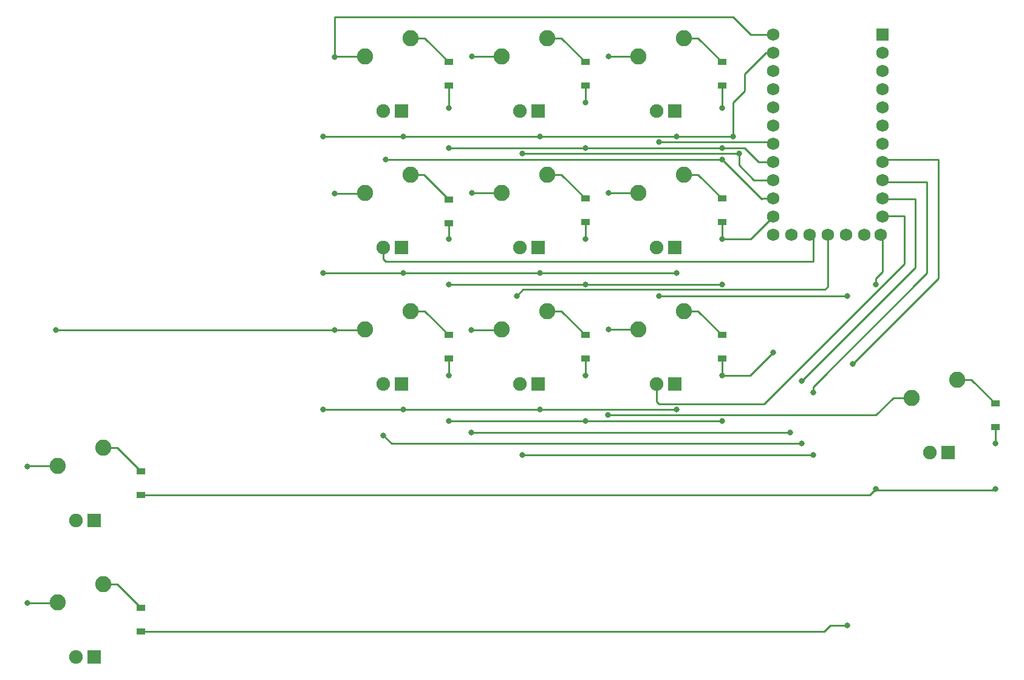
<source format=gbr>
%TF.GenerationSoftware,KiCad,Pcbnew,(5.1.9-0-10_14)*%
%TF.CreationDate,2021-04-13T19:55:37+09:00*%
%TF.ProjectId,IKIDS,494b4944-532e-46b6-9963-61645f706362,rev?*%
%TF.SameCoordinates,Original*%
%TF.FileFunction,Copper,L2,Bot*%
%TF.FilePolarity,Positive*%
%FSLAX46Y46*%
G04 Gerber Fmt 4.6, Leading zero omitted, Abs format (unit mm)*
G04 Created by KiCad (PCBNEW (5.1.9-0-10_14)) date 2021-04-13 19:55:37*
%MOMM*%
%LPD*%
G01*
G04 APERTURE LIST*
%TA.AperFunction,ComponentPad*%
%ADD10R,1.905000X1.905000*%
%TD*%
%TA.AperFunction,ComponentPad*%
%ADD11C,1.905000*%
%TD*%
%TA.AperFunction,ComponentPad*%
%ADD12C,2.250000*%
%TD*%
%TA.AperFunction,SMDPad,CuDef*%
%ADD13R,1.200000X0.900000*%
%TD*%
%TA.AperFunction,ComponentPad*%
%ADD14C,1.752600*%
%TD*%
%TA.AperFunction,ComponentPad*%
%ADD15R,1.752600X1.752600*%
%TD*%
%TA.AperFunction,ViaPad*%
%ADD16C,0.800000*%
%TD*%
%TA.AperFunction,Conductor*%
%ADD17C,0.250000*%
%TD*%
G04 APERTURE END LIST*
D10*
%TO.P,MX2,4*%
%TO.N,Net-(MX2-Pad4)*%
X87122000Y-149637750D03*
D11*
%TO.P,MX2,3*%
%TO.N,Net-(MX2-Pad3)*%
X84582000Y-149637750D03*
D12*
%TO.P,MX2,1*%
%TO.N,col1*%
X82042000Y-142017750D03*
%TO.P,MX2,2*%
%TO.N,Net-(D2-Pad2)*%
X88392000Y-139477750D03*
%TD*%
D10*
%TO.P,MX6,4*%
%TO.N,gnd*%
X149034500Y-73437750D03*
D11*
%TO.P,MX6,3*%
%TO.N,led2*%
X146494500Y-73437750D03*
D12*
%TO.P,MX6,1*%
%TO.N,col2*%
X143954500Y-65817750D03*
%TO.P,MX6,2*%
%TO.N,Net-(D6-Pad2)*%
X150304500Y-63277750D03*
%TD*%
D10*
%TO.P,MX11,4*%
%TO.N,gnd*%
X168084500Y-111537750D03*
D11*
%TO.P,MX11,3*%
%TO.N,led9*%
X165544500Y-111537750D03*
D12*
%TO.P,MX11,1*%
%TO.N,col3*%
X163004500Y-103917750D03*
%TO.P,MX11,2*%
%TO.N,Net-(D11-Pad2)*%
X169354500Y-101377750D03*
%TD*%
D13*
%TO.P,D12,2*%
%TO.N,Net-(D12-Pad2)*%
X212725000Y-114237500D03*
%TO.P,D12,1*%
%TO.N,row4*%
X212725000Y-117537500D03*
%TD*%
%TO.P,D11,2*%
%TO.N,Net-(D11-Pad2)*%
X174625000Y-104712500D03*
%TO.P,D11,1*%
%TO.N,row3*%
X174625000Y-108012500D03*
%TD*%
%TO.P,D10,2*%
%TO.N,Net-(D10-Pad2)*%
X174625000Y-85662500D03*
%TO.P,D10,1*%
%TO.N,row2*%
X174625000Y-88962500D03*
%TD*%
%TO.P,D9,2*%
%TO.N,Net-(D9-Pad2)*%
X174625000Y-66612500D03*
%TO.P,D9,1*%
%TO.N,row1*%
X174625000Y-69912500D03*
%TD*%
%TO.P,D8,2*%
%TO.N,Net-(D8-Pad2)*%
X155575000Y-104712500D03*
%TO.P,D8,1*%
%TO.N,row3*%
X155575000Y-108012500D03*
%TD*%
%TO.P,D7,2*%
%TO.N,Net-(D7-Pad2)*%
X155575000Y-85662500D03*
%TO.P,D7,1*%
%TO.N,row2*%
X155575000Y-88962500D03*
%TD*%
%TO.P,D6,2*%
%TO.N,Net-(D6-Pad2)*%
X155575000Y-66612500D03*
%TO.P,D6,1*%
%TO.N,row1*%
X155575000Y-69912500D03*
%TD*%
%TO.P,D5,2*%
%TO.N,Net-(D5-Pad2)*%
X136525000Y-104712500D03*
%TO.P,D5,1*%
%TO.N,row3*%
X136525000Y-108012500D03*
%TD*%
%TO.P,D4,2*%
%TO.N,Net-(D4-Pad2)*%
X136525000Y-85806250D03*
%TO.P,D4,1*%
%TO.N,row2*%
X136525000Y-89106250D03*
%TD*%
%TO.P,D3,2*%
%TO.N,Net-(D3-Pad2)*%
X136525000Y-66612500D03*
%TO.P,D3,1*%
%TO.N,row1*%
X136525000Y-69912500D03*
%TD*%
%TO.P,D2,2*%
%TO.N,Net-(D2-Pad2)*%
X93662500Y-142812500D03*
%TO.P,D2,1*%
%TO.N,row5*%
X93662500Y-146112500D03*
%TD*%
%TO.P,D1,2*%
%TO.N,Net-(D1-Pad2)*%
X93662500Y-123762500D03*
%TO.P,D1,1*%
%TO.N,row4*%
X93662500Y-127062500D03*
%TD*%
D10*
%TO.P,MX4,4*%
%TO.N,gnd*%
X129984500Y-92487750D03*
D11*
%TO.P,MX4,3*%
%TO.N,led4*%
X127444500Y-92487750D03*
D12*
%TO.P,MX4,1*%
%TO.N,col1*%
X124904500Y-84867750D03*
%TO.P,MX4,2*%
%TO.N,Net-(D4-Pad2)*%
X131254500Y-82327750D03*
%TD*%
D10*
%TO.P,MX1,4*%
%TO.N,Net-(MX1-Pad4)*%
X87122000Y-130587750D03*
D11*
%TO.P,MX1,3*%
%TO.N,Net-(MX1-Pad3)*%
X84582000Y-130587750D03*
D12*
%TO.P,MX1,1*%
%TO.N,col1*%
X82042000Y-122967750D03*
%TO.P,MX1,2*%
%TO.N,Net-(D1-Pad2)*%
X88392000Y-120427750D03*
%TD*%
D14*
%TO.P,U1,25*%
%TO.N,col3*%
X194468750Y-90678000D03*
%TO.P,U1,26*%
%TO.N,led6*%
X191928750Y-90678000D03*
%TO.P,U1,27*%
%TO.N,led5*%
X189388750Y-90678000D03*
%TO.P,U1,28*%
%TO.N,led4*%
X186848750Y-90678000D03*
%TO.P,U1,29*%
%TO.N,col2*%
X184308750Y-90678000D03*
%TO.P,U1,24*%
%TO.N,col1*%
X181768750Y-62738000D03*
%TO.P,U1,12*%
%TO.N,row4*%
X196780150Y-90678000D03*
%TO.P,U1,23*%
%TO.N,gnd*%
X181768750Y-65278000D03*
%TO.P,U1,22*%
%TO.N,Net-(U1-Pad22)*%
X181768750Y-67818000D03*
%TO.P,U1,21*%
%TO.N,Net-(U1-Pad21)*%
X181768750Y-70358000D03*
%TO.P,U1,20*%
%TO.N,Net-(U1-Pad20)*%
X181768750Y-72898000D03*
%TO.P,U1,19*%
%TO.N,Net-(U1-Pad19)*%
X181768750Y-75438000D03*
%TO.P,U1,18*%
%TO.N,led3*%
X181768750Y-77978000D03*
%TO.P,U1,17*%
%TO.N,row1*%
X181768750Y-80518000D03*
%TO.P,U1,16*%
%TO.N,led2*%
X181768750Y-83058000D03*
%TO.P,U1,15*%
%TO.N,led1*%
X181768750Y-85598000D03*
%TO.P,U1,14*%
%TO.N,row2*%
X181768750Y-88138000D03*
%TO.P,U1,13*%
%TO.N,row3*%
X181768750Y-90678000D03*
%TO.P,U1,11*%
%TO.N,led9*%
X197008750Y-88138000D03*
%TO.P,U1,10*%
%TO.N,led7*%
X197008750Y-85598000D03*
%TO.P,U1,9*%
%TO.N,led8*%
X197008750Y-83058000D03*
%TO.P,U1,8*%
%TO.N,row5*%
X197008750Y-80518000D03*
%TO.P,U1,7*%
%TO.N,Net-(U1-Pad7)*%
X197008750Y-77978000D03*
%TO.P,U1,6*%
%TO.N,Net-(U1-Pad6)*%
X197008750Y-75438000D03*
%TO.P,U1,5*%
%TO.N,Net-(U1-Pad5)*%
X197008750Y-72898000D03*
%TO.P,U1,4*%
%TO.N,Net-(U1-Pad4)*%
X197008750Y-70358000D03*
%TO.P,U1,3*%
%TO.N,Net-(U1-Pad3)*%
X197008750Y-67818000D03*
%TO.P,U1,2*%
%TO.N,Net-(U1-Pad2)*%
X197008750Y-65278000D03*
D15*
%TO.P,U1,1*%
%TO.N,Net-(U1-Pad1)*%
X197008750Y-62738000D03*
%TD*%
D10*
%TO.P,MX12,4*%
%TO.N,Net-(MX12-Pad4)*%
X206184500Y-121062750D03*
D11*
%TO.P,MX12,3*%
%TO.N,Net-(MX12-Pad3)*%
X203644500Y-121062750D03*
D12*
%TO.P,MX12,1*%
%TO.N,col3*%
X201104500Y-113442750D03*
%TO.P,MX12,2*%
%TO.N,Net-(D12-Pad2)*%
X207454500Y-110902750D03*
%TD*%
D10*
%TO.P,MX10,4*%
%TO.N,gnd*%
X168084500Y-92487750D03*
D11*
%TO.P,MX10,3*%
%TO.N,led6*%
X165544500Y-92487750D03*
D12*
%TO.P,MX10,1*%
%TO.N,col3*%
X163004500Y-84867750D03*
%TO.P,MX10,2*%
%TO.N,Net-(D10-Pad2)*%
X169354500Y-82327750D03*
%TD*%
D10*
%TO.P,MX9,4*%
%TO.N,gnd*%
X168084500Y-73437750D03*
D11*
%TO.P,MX9,3*%
%TO.N,led3*%
X165544500Y-73437750D03*
D12*
%TO.P,MX9,1*%
%TO.N,col3*%
X163004500Y-65817750D03*
%TO.P,MX9,2*%
%TO.N,Net-(D9-Pad2)*%
X169354500Y-63277750D03*
%TD*%
D10*
%TO.P,MX8,4*%
%TO.N,gnd*%
X149034500Y-111537750D03*
D11*
%TO.P,MX8,3*%
%TO.N,led8*%
X146494500Y-111537750D03*
D12*
%TO.P,MX8,1*%
%TO.N,col2*%
X143954500Y-103917750D03*
%TO.P,MX8,2*%
%TO.N,Net-(D8-Pad2)*%
X150304500Y-101377750D03*
%TD*%
D10*
%TO.P,MX7,4*%
%TO.N,gnd*%
X149034500Y-92487750D03*
D11*
%TO.P,MX7,3*%
%TO.N,led5*%
X146494500Y-92487750D03*
D12*
%TO.P,MX7,1*%
%TO.N,col2*%
X143954500Y-84867750D03*
%TO.P,MX7,2*%
%TO.N,Net-(D7-Pad2)*%
X150304500Y-82327750D03*
%TD*%
%TO.P,MX5,2*%
%TO.N,Net-(D5-Pad2)*%
X131254500Y-101377750D03*
%TO.P,MX5,1*%
%TO.N,col1*%
X124904500Y-103917750D03*
D11*
%TO.P,MX5,3*%
%TO.N,led7*%
X127444500Y-111537750D03*
D10*
%TO.P,MX5,4*%
%TO.N,gnd*%
X129984500Y-111537750D03*
%TD*%
%TO.P,MX3,4*%
%TO.N,gnd*%
X129984500Y-73437750D03*
D11*
%TO.P,MX3,3*%
%TO.N,led1*%
X127444500Y-73437750D03*
D12*
%TO.P,MX3,1*%
%TO.N,col1*%
X124904500Y-65817750D03*
%TO.P,MX3,2*%
%TO.N,Net-(D3-Pad2)*%
X131254500Y-63277750D03*
%TD*%
D16*
%TO.N,row4*%
X212725000Y-126206250D03*
X212725000Y-119856250D03*
X196056250Y-126206250D03*
X196056250Y-126206250D03*
X196056250Y-97631250D03*
%TO.N,row5*%
X192087500Y-145256250D03*
X192881250Y-108743750D03*
%TO.N,row1*%
X174625000Y-73025000D03*
X174625000Y-78581250D03*
X136525000Y-78581250D03*
X136525000Y-73025000D03*
X155575000Y-72231250D03*
X155575000Y-78581250D03*
%TO.N,row2*%
X174625000Y-91281250D03*
X174625000Y-97631250D03*
X155575000Y-91281250D03*
X155575000Y-97631250D03*
X136525000Y-91281250D03*
X136525000Y-97631250D03*
%TO.N,row3*%
X155575000Y-110331250D03*
X155575000Y-116681250D03*
X174625000Y-110331250D03*
X174625000Y-116681250D03*
X136525000Y-110331250D03*
X136525000Y-116681250D03*
X181768750Y-107156250D03*
%TO.N,col1*%
X120650000Y-65881250D03*
X120650000Y-84931250D03*
X120650000Y-103981250D03*
X81756250Y-103981250D03*
X77787500Y-123031250D03*
X77787500Y-142081250D03*
%TO.N,gnd*%
X130175000Y-76993750D03*
X149225000Y-76993750D03*
X168275000Y-76993750D03*
X130175000Y-96043750D03*
X149225000Y-96043750D03*
X168275000Y-96043750D03*
X130175000Y-115093750D03*
X149225000Y-115093750D03*
X168275000Y-115093750D03*
X119062500Y-76993750D03*
X119062500Y-115093750D03*
X119062500Y-96043750D03*
X176212500Y-76993750D03*
%TO.N,led1*%
X127793750Y-80168750D03*
X174625000Y-80168750D03*
%TO.N,led7*%
X127444500Y-118713250D03*
X185737500Y-119856250D03*
X185737500Y-111125000D03*
%TO.N,led2*%
X146843750Y-79375000D03*
X177006250Y-79375000D03*
X177006250Y-79375000D03*
%TO.N,col2*%
X139763500Y-65817750D03*
X139700000Y-103981250D03*
X139763500Y-84867750D03*
X139700000Y-118268750D03*
X139700000Y-118268750D03*
X184150000Y-118268750D03*
%TO.N,led5*%
X146050000Y-99218750D03*
%TO.N,led8*%
X146843750Y-121443750D03*
X187325000Y-121443750D03*
X187325000Y-112712500D03*
%TO.N,led3*%
X165893750Y-77787500D03*
%TO.N,col3*%
X158813500Y-65817750D03*
X158813500Y-84867750D03*
X158813500Y-103917750D03*
X158750000Y-115887500D03*
%TO.N,led6*%
X165893750Y-99218750D03*
X192087500Y-99218750D03*
%TD*%
D17*
%TO.N,Net-(D1-Pad2)*%
X90327750Y-120427750D02*
X93662500Y-123762500D01*
X88392000Y-120427750D02*
X90327750Y-120427750D01*
%TO.N,row4*%
X212581250Y-126350000D02*
X212725000Y-126206250D01*
X195912500Y-126350000D02*
X196056250Y-126206250D01*
X195912500Y-126350000D02*
X212581250Y-126350000D01*
X196056250Y-126206250D02*
X196056250Y-126206250D01*
X196056250Y-126206250D02*
X196056250Y-126206250D01*
X196056250Y-97631250D02*
X196056250Y-96837500D01*
X197008750Y-95885000D02*
X197008750Y-90678000D01*
X196056250Y-96837500D02*
X197008750Y-95885000D01*
X195200000Y-127062500D02*
X196056250Y-126206250D01*
X93662500Y-127062500D02*
X195200000Y-127062500D01*
X212725000Y-117537500D02*
X212725000Y-119856250D01*
%TO.N,Net-(D2-Pad2)*%
X90327750Y-139477750D02*
X93662500Y-142812500D01*
X88392000Y-139477750D02*
X90327750Y-139477750D01*
%TO.N,row5*%
X189706250Y-145256250D02*
X192087500Y-145256250D01*
X189562500Y-145400000D02*
X189706250Y-145256250D01*
X204787500Y-96837500D02*
X204787500Y-80168750D01*
X192881250Y-108743750D02*
X204787500Y-96837500D01*
X188850000Y-146112500D02*
X189706250Y-145256250D01*
X93662500Y-146112500D02*
X188850000Y-146112500D01*
X197358000Y-80168750D02*
X197008750Y-80518000D01*
X204787500Y-80168750D02*
X197358000Y-80168750D01*
%TO.N,Net-(D3-Pad2)*%
X133190250Y-63277750D02*
X136525000Y-66612500D01*
X131254500Y-63277750D02*
X133190250Y-63277750D01*
%TO.N,row1*%
X174625000Y-78581250D02*
X155575000Y-78581250D01*
X155575000Y-78581250D02*
X136525000Y-78581250D01*
X136525000Y-69912500D02*
X136525000Y-73025000D01*
X155575000Y-72231250D02*
X155575000Y-69912500D01*
X174625000Y-69912500D02*
X174625000Y-73025000D01*
X181768750Y-80518000D02*
X181768750Y-80168750D01*
X181324250Y-80518000D02*
X181768750Y-80518000D01*
X179736750Y-80518000D02*
X181768750Y-80518000D01*
X177800000Y-78581250D02*
X179736750Y-80518000D01*
X174625000Y-78581250D02*
X177800000Y-78581250D01*
%TO.N,Net-(D4-Pad2)*%
X133046500Y-82327750D02*
X136525000Y-85806250D01*
X131254500Y-82327750D02*
X133046500Y-82327750D01*
%TO.N,row2*%
X136525000Y-97631250D02*
X174625000Y-97631250D01*
X181656750Y-88250000D02*
X181768750Y-88138000D01*
X136525000Y-89106250D02*
X136525000Y-91281250D01*
X155575000Y-88962500D02*
X155575000Y-91281250D01*
X174625000Y-88962500D02*
X174625000Y-88900000D01*
X174625000Y-88900000D02*
X174625000Y-91281250D01*
X178625500Y-91281250D02*
X181768750Y-88138000D01*
X174625000Y-91281250D02*
X178625500Y-91281250D01*
%TO.N,Net-(D5-Pad2)*%
X133190250Y-101377750D02*
X136525000Y-104712500D01*
X131254500Y-101377750D02*
X133190250Y-101377750D01*
%TO.N,row3*%
X136525000Y-116681250D02*
X174625000Y-116681250D01*
X181625000Y-107300000D02*
X181768750Y-107156250D01*
X181768750Y-107156250D02*
X181768750Y-107156250D01*
X174625000Y-110331250D02*
X174625000Y-108012500D01*
X155575000Y-108012500D02*
X155575000Y-110331250D01*
X178593750Y-110331250D02*
X181768750Y-107156250D01*
X174625000Y-110331250D02*
X178593750Y-110331250D01*
X136525000Y-108012500D02*
X136525000Y-107950000D01*
X136525000Y-107950000D02*
X136525000Y-110331250D01*
%TO.N,Net-(D6-Pad2)*%
X152240250Y-63277750D02*
X155575000Y-66612500D01*
X150304500Y-63277750D02*
X152240250Y-63277750D01*
%TO.N,Net-(D7-Pad2)*%
X152240250Y-82327750D02*
X155575000Y-85662500D01*
X150304500Y-82327750D02*
X152240250Y-82327750D01*
%TO.N,Net-(D8-Pad2)*%
X152240250Y-101377750D02*
X155575000Y-104712500D01*
X150304500Y-101377750D02*
X152240250Y-101377750D01*
%TO.N,Net-(D9-Pad2)*%
X171290250Y-63277750D02*
X174625000Y-66612500D01*
X169354500Y-63277750D02*
X171290250Y-63277750D01*
%TO.N,Net-(D10-Pad2)*%
X171290250Y-82327750D02*
X174625000Y-85662500D01*
X169354500Y-82327750D02*
X171290250Y-82327750D01*
%TO.N,Net-(D11-Pad2)*%
X171290250Y-101377750D02*
X174625000Y-104712500D01*
X169354500Y-101377750D02*
X171290250Y-101377750D01*
%TO.N,Net-(D12-Pad2)*%
X209390250Y-110902750D02*
X212725000Y-114237500D01*
X207454500Y-110902750D02*
X209390250Y-110902750D01*
%TO.N,col1*%
X124904500Y-65817750D02*
X120713500Y-65817750D01*
X120713500Y-65817750D02*
X120650000Y-65881250D01*
X124841000Y-103981250D02*
X124904500Y-103917750D01*
X120650000Y-103981250D02*
X124841000Y-103981250D01*
X124841000Y-84931250D02*
X124904500Y-84867750D01*
X120650000Y-84931250D02*
X124841000Y-84931250D01*
X120650000Y-103981250D02*
X81756250Y-103981250D01*
X77851000Y-122967750D02*
X77787500Y-123031250D01*
X82042000Y-122967750D02*
X77851000Y-122967750D01*
X81978500Y-142081250D02*
X82042000Y-142017750D01*
X77787500Y-142081250D02*
X81978500Y-142081250D01*
X178625500Y-62738000D02*
X181768750Y-62738000D01*
X176212500Y-60325000D02*
X178625500Y-62738000D01*
X120650000Y-60325000D02*
X176212500Y-60325000D01*
X120650000Y-65881250D02*
X120650000Y-60325000D01*
%TO.N,gnd*%
X130175000Y-76993750D02*
X149225000Y-76993750D01*
X149225000Y-76993750D02*
X168275000Y-76993750D01*
X130175000Y-96043750D02*
X149225000Y-96043750D01*
X149225000Y-96043750D02*
X168275000Y-96043750D01*
X130175000Y-115093750D02*
X149225000Y-115093750D01*
X168275000Y-115093750D02*
X149225000Y-115093750D01*
X130175000Y-76993750D02*
X119062500Y-76993750D01*
X119062500Y-115093750D02*
X130175000Y-115093750D01*
X119062500Y-96043750D02*
X130175000Y-96043750D01*
X168275000Y-76993750D02*
X176212500Y-76993750D01*
X177800000Y-68262500D02*
X180784500Y-65278000D01*
X177800000Y-70643750D02*
X177800000Y-68262500D01*
X180784500Y-65278000D02*
X181768750Y-65278000D01*
X176212500Y-72231250D02*
X177800000Y-70643750D01*
X176212500Y-76993750D02*
X176212500Y-72231250D01*
%TO.N,led1*%
X127793750Y-80168750D02*
X174110502Y-80168750D01*
X174110502Y-80168750D02*
X174625000Y-80168750D01*
X174625000Y-80168750D02*
X180181250Y-85725000D01*
X180308250Y-85598000D02*
X181768750Y-85598000D01*
X180181250Y-85725000D02*
X180308250Y-85598000D01*
%TO.N,led4*%
X127444500Y-92487750D02*
X127444500Y-94107000D01*
X127444500Y-94107000D02*
X127793750Y-94456250D01*
X127793750Y-94456250D02*
X187325000Y-94456250D01*
X187325000Y-91154250D02*
X186848750Y-90678000D01*
X187325000Y-94456250D02*
X187325000Y-91154250D01*
%TO.N,led7*%
X127444500Y-118713250D02*
X128587500Y-119856250D01*
X128587500Y-119856250D02*
X185737500Y-119856250D01*
X201612500Y-95250000D02*
X201612500Y-85725000D01*
X185737500Y-111125000D02*
X201612500Y-95250000D01*
X197135750Y-85725000D02*
X197008750Y-85598000D01*
X201612500Y-85725000D02*
X197135750Y-85725000D01*
%TO.N,led2*%
X146843750Y-79375000D02*
X177006250Y-79375000D01*
X177006250Y-79375000D02*
X177006250Y-79375000D01*
X177006250Y-79375000D02*
X177006250Y-79375000D01*
X177006250Y-79375000D02*
X177006250Y-80962500D01*
X179101750Y-83058000D02*
X181768750Y-83058000D01*
X177006250Y-80962500D02*
X179101750Y-83058000D01*
%TO.N,col2*%
X143954500Y-65817750D02*
X139763500Y-65817750D01*
X139763500Y-65817750D02*
X139763500Y-65817750D01*
X143891000Y-103981250D02*
X143954500Y-103917750D01*
X139700000Y-103981250D02*
X143891000Y-103981250D01*
X139763500Y-84867750D02*
X143954500Y-84867750D01*
X139700000Y-118268750D02*
X184150000Y-118268750D01*
%TO.N,led5*%
X146912499Y-98356251D02*
X188981249Y-98356251D01*
X146050000Y-99218750D02*
X146912499Y-98356251D01*
X189388750Y-97948750D02*
X189388750Y-90678000D01*
X188981249Y-98356251D02*
X189388750Y-97948750D01*
%TO.N,led8*%
X146843750Y-121443750D02*
X187325000Y-121443750D01*
X187325000Y-112712500D02*
X187325000Y-111918750D01*
X187325000Y-111918750D02*
X203200000Y-96043750D01*
X203200000Y-96043750D02*
X203200000Y-83343750D01*
X197294500Y-83343750D02*
X197008750Y-83058000D01*
X203200000Y-83343750D02*
X197294500Y-83343750D01*
%TO.N,led3*%
X181578250Y-77787500D02*
X181768750Y-77978000D01*
X165893750Y-77787500D02*
X181578250Y-77787500D01*
%TO.N,col3*%
X163004500Y-65817750D02*
X158813500Y-65817750D01*
X158813500Y-84867750D02*
X163004500Y-84867750D01*
X158813500Y-103917750D02*
X163004500Y-103917750D01*
X158750000Y-115887500D02*
X196056250Y-115887500D01*
X198501000Y-113442750D02*
X201104500Y-113442750D01*
X196056250Y-115887500D02*
X198501000Y-113442750D01*
%TO.N,led6*%
X165893750Y-99218750D02*
X192087500Y-99218750D01*
%TO.N,led9*%
X165544500Y-111537750D02*
X165544500Y-113950750D01*
X200025000Y-94735502D02*
X200025000Y-88106250D01*
X180460502Y-114300000D02*
X200025000Y-94735502D01*
X165893750Y-114300000D02*
X180460502Y-114300000D01*
X165544500Y-113950750D02*
X165893750Y-114300000D01*
X197040500Y-88106250D02*
X197008750Y-88138000D01*
X200025000Y-88106250D02*
X197040500Y-88106250D01*
%TO.N,Net-(U1-Pad19)*%
X181006750Y-75438000D02*
X181768750Y-75438000D01*
X180975000Y-75406250D02*
X181006750Y-75438000D01*
%TD*%
M02*

</source>
